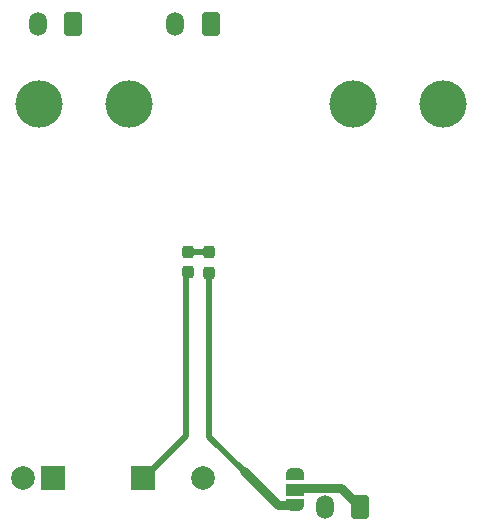
<source format=gbl>
G04 #@! TF.GenerationSoftware,KiCad,Pcbnew,8.0.5*
G04 #@! TF.CreationDate,2024-10-05T22:37:39+02:00*
G04 #@! TF.ProjectId,HVI,4856492e-6b69-4636-9164-5f7063625858,rev?*
G04 #@! TF.SameCoordinates,Original*
G04 #@! TF.FileFunction,Copper,L2,Bot*
G04 #@! TF.FilePolarity,Positive*
%FSLAX46Y46*%
G04 Gerber Fmt 4.6, Leading zero omitted, Abs format (unit mm)*
G04 Created by KiCad (PCBNEW 8.0.5) date 2024-10-05 22:37:39*
%MOMM*%
%LPD*%
G01*
G04 APERTURE LIST*
G04 Aperture macros list*
%AMRoundRect*
0 Rectangle with rounded corners*
0 $1 Rounding radius*
0 $2 $3 $4 $5 $6 $7 $8 $9 X,Y pos of 4 corners*
0 Add a 4 corners polygon primitive as box body*
4,1,4,$2,$3,$4,$5,$6,$7,$8,$9,$2,$3,0*
0 Add four circle primitives for the rounded corners*
1,1,$1+$1,$2,$3*
1,1,$1+$1,$4,$5*
1,1,$1+$1,$6,$7*
1,1,$1+$1,$8,$9*
0 Add four rect primitives between the rounded corners*
20,1,$1+$1,$2,$3,$4,$5,0*
20,1,$1+$1,$4,$5,$6,$7,0*
20,1,$1+$1,$6,$7,$8,$9,0*
20,1,$1+$1,$8,$9,$2,$3,0*%
%AMFreePoly0*
4,1,19,0.550000,-0.750000,0.000000,-0.750000,0.000000,-0.744911,-0.071157,-0.744911,-0.207708,-0.704816,-0.327430,-0.627875,-0.420627,-0.520320,-0.479746,-0.390866,-0.500000,-0.250000,-0.500000,0.250000,-0.479746,0.390866,-0.420627,0.520320,-0.327430,0.627875,-0.207708,0.704816,-0.071157,0.744911,0.000000,0.744911,0.000000,0.750000,0.550000,0.750000,0.550000,-0.750000,0.550000,-0.750000,
$1*%
%AMFreePoly1*
4,1,19,0.000000,0.744911,0.071157,0.744911,0.207708,0.704816,0.327430,0.627875,0.420627,0.520320,0.479746,0.390866,0.500000,0.250000,0.500000,-0.250000,0.479746,-0.390866,0.420627,-0.520320,0.327430,-0.627875,0.207708,-0.704816,0.071157,-0.744911,0.000000,-0.744911,0.000000,-0.750000,-0.550000,-0.750000,-0.550000,0.750000,0.000000,0.750000,0.000000,0.744911,0.000000,0.744911,
$1*%
G04 Aperture macros list end*
G04 #@! TA.AperFunction,ComponentPad*
%ADD10RoundRect,0.250001X0.499999X0.759999X-0.499999X0.759999X-0.499999X-0.759999X0.499999X-0.759999X0*%
G04 #@! TD*
G04 #@! TA.AperFunction,ComponentPad*
%ADD11O,1.500000X2.020000*%
G04 #@! TD*
G04 #@! TA.AperFunction,ComponentPad*
%ADD12C,4.000000*%
G04 #@! TD*
G04 #@! TA.AperFunction,ComponentPad*
%ADD13C,2.000000*%
G04 #@! TD*
G04 #@! TA.AperFunction,ComponentPad*
%ADD14R,2.000000X2.000000*%
G04 #@! TD*
G04 #@! TA.AperFunction,SMDPad,CuDef*
%ADD15FreePoly0,270.000000*%
G04 #@! TD*
G04 #@! TA.AperFunction,SMDPad,CuDef*
%ADD16R,1.500000X1.000000*%
G04 #@! TD*
G04 #@! TA.AperFunction,SMDPad,CuDef*
%ADD17FreePoly1,270.000000*%
G04 #@! TD*
G04 #@! TA.AperFunction,SMDPad,CuDef*
%ADD18RoundRect,0.237500X-0.237500X0.287500X-0.237500X-0.287500X0.237500X-0.287500X0.237500X0.287500X0*%
G04 #@! TD*
G04 #@! TA.AperFunction,SMDPad,CuDef*
%ADD19RoundRect,0.237500X0.237500X-0.287500X0.237500X0.287500X-0.237500X0.287500X-0.237500X-0.287500X0*%
G04 #@! TD*
G04 #@! TA.AperFunction,ViaPad*
%ADD20C,0.800000*%
G04 #@! TD*
G04 #@! TA.AperFunction,Conductor*
%ADD21C,0.500000*%
G04 #@! TD*
G04 #@! TA.AperFunction,Conductor*
%ADD22C,0.750000*%
G04 #@! TD*
G04 APERTURE END LIST*
D10*
X107632000Y-104913000D03*
D11*
X104632000Y-104913000D03*
D10*
X83315000Y-64005000D03*
D11*
X80315000Y-64005000D03*
D12*
X80375000Y-70725000D03*
X87995000Y-70725000D03*
X106975000Y-70725000D03*
X114585000Y-70725000D03*
D10*
X94965000Y-63995000D03*
D11*
X91965000Y-63995000D03*
D13*
X79075000Y-102410000D03*
D14*
X81615000Y-102410000D03*
X89235000Y-102410000D03*
D13*
X94315000Y-102410000D03*
D15*
X102075000Y-102125000D03*
D16*
X102075000Y-103425000D03*
D17*
X102075000Y-104725000D03*
D18*
X94820000Y-83290000D03*
X94820000Y-85040000D03*
D19*
X92990000Y-85020000D03*
X92990000Y-83270000D03*
D20*
X97850000Y-101950000D03*
X102090000Y-102170000D03*
D21*
X94820000Y-83290000D02*
X93010000Y-83290000D01*
X93010000Y-83290000D02*
X92990000Y-83270000D01*
X89340000Y-102410000D02*
X89235000Y-102410000D01*
X92865000Y-85145000D02*
X92865000Y-98885000D01*
X92990000Y-85020000D02*
X92865000Y-85145000D01*
X92865000Y-98885000D02*
X89340000Y-102410000D01*
D22*
X106019000Y-103300000D02*
X107632000Y-104913000D01*
X102200000Y-103300000D02*
X106019000Y-103300000D01*
D21*
X94820000Y-98920000D02*
X97850000Y-101950000D01*
X94820000Y-85040000D02*
X94820000Y-98920000D01*
D22*
X100625000Y-104725000D02*
X97850000Y-101950000D01*
X102075000Y-104725000D02*
X100625000Y-104725000D01*
M02*

</source>
